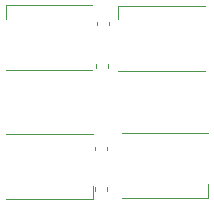
<source format=gbr>
%TF.GenerationSoftware,KiCad,Pcbnew,(5.1.10)-1*%
%TF.CreationDate,2021-06-06T01:41:03+08:00*%
%TF.ProjectId,WS2812B1,57533238-3132-4423-912e-6b696361645f,rev?*%
%TF.SameCoordinates,Original*%
%TF.FileFunction,Legend,Top*%
%TF.FilePolarity,Positive*%
%FSLAX46Y46*%
G04 Gerber Fmt 4.6, Leading zero omitted, Abs format (unit mm)*
G04 Created by KiCad (PCBNEW (5.1.10)-1) date 2021-06-06 01:41:03*
%MOMM*%
%LPD*%
G01*
G04 APERTURE LIST*
%ADD10C,0.120000*%
G04 APERTURE END LIST*
D10*
%TO.C,D4*%
X75030000Y-93370000D02*
X75030000Y-92220000D01*
X67730000Y-93370000D02*
X75030000Y-93370000D01*
X67730000Y-87870000D02*
X75030000Y-87870000D01*
%TO.C,D3*%
X67420000Y-77100000D02*
X67420000Y-78250000D01*
X74720000Y-77100000D02*
X67420000Y-77100000D01*
X74720000Y-82600000D02*
X67420000Y-82600000D01*
%TO.C,D2*%
X57890000Y-77070000D02*
X57890000Y-78220000D01*
X65190000Y-77070000D02*
X57890000Y-77070000D01*
X65190000Y-82570000D02*
X57890000Y-82570000D01*
%TO.C,D1*%
X65230000Y-93490000D02*
X65230000Y-92340000D01*
X57930000Y-93490000D02*
X65230000Y-93490000D01*
X57930000Y-87990000D02*
X65230000Y-87990000D01*
%TO.C,C4*%
X65450000Y-92463733D02*
X65450000Y-92756267D01*
X66470000Y-92463733D02*
X66470000Y-92756267D01*
%TO.C,C3*%
X66470000Y-89346267D02*
X66470000Y-89053733D01*
X65450000Y-89346267D02*
X65450000Y-89053733D01*
%TO.C,C2*%
X66580000Y-82336267D02*
X66580000Y-82043733D01*
X65560000Y-82336267D02*
X65560000Y-82043733D01*
%TO.C,C1*%
X66650000Y-78766267D02*
X66650000Y-78473733D01*
X65630000Y-78766267D02*
X65630000Y-78473733D01*
%TD*%
M02*

</source>
